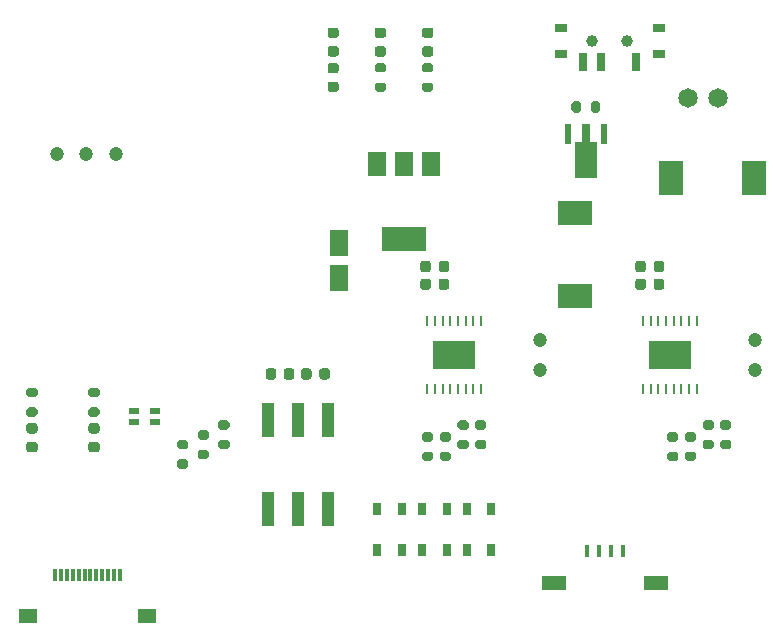
<source format=gts>
G04 #@! TF.GenerationSoftware,KiCad,Pcbnew,(5.1.10)-1*
G04 #@! TF.CreationDate,2022-02-06T13:41:47+09:00*
G04 #@! TF.ProjectId,Power,506f7765-722e-46b6-9963-61645f706362,rev?*
G04 #@! TF.SameCoordinates,Original*
G04 #@! TF.FileFunction,Soldermask,Top*
G04 #@! TF.FilePolarity,Negative*
%FSLAX46Y46*%
G04 Gerber Fmt 4.6, Leading zero omitted, Abs format (unit mm)*
G04 Created by KiCad (PCBNEW (5.1.10)-1) date 2022-02-06 13:41:47*
%MOMM*%
%LPD*%
G01*
G04 APERTURE LIST*
%ADD10R,1.000000X0.800000*%
%ADD11C,1.000000*%
%ADD12R,0.700000X1.500000*%
%ADD13R,1.500000X2.000000*%
%ADD14R,3.800000X2.000000*%
%ADD15C,1.200000*%
%ADD16R,1.933000X3.030000*%
%ADD17R,0.580000X1.730000*%
%ADD18R,0.760000X1.500000*%
%ADD19R,2.000000X3.000000*%
%ADD20R,3.000000X2.000000*%
%ADD21R,1.600000X2.200000*%
%ADD22R,0.850000X0.500000*%
%ADD23C,1.650000*%
%ADD24R,0.400000X1.000000*%
%ADD25R,2.000000X1.300000*%
%ADD26R,1.000000X3.000000*%
%ADD27R,0.650000X1.050000*%
%ADD28R,3.550000X2.460000*%
%ADD29R,0.290000X0.970000*%
%ADD30R,1.650000X1.300000*%
%ADD31R,0.300000X1.000000*%
G04 APERTURE END LIST*
D10*
X22550000Y23500000D03*
X22550000Y25700000D03*
X14250000Y25700000D03*
X14250000Y23500000D03*
D11*
X19900000Y24600000D03*
X16900000Y24600000D03*
D12*
X20650000Y22850000D03*
X17650000Y22850000D03*
X16150000Y22850000D03*
D13*
X3300000Y14150000D03*
X-1300000Y14150000D03*
X1000000Y14150000D03*
D14*
X1000000Y7850000D03*
D15*
X30750000Y-3250000D03*
X30750000Y-750000D03*
D16*
X16400000Y14542500D03*
D17*
X17900000Y16692500D03*
D18*
X16400000Y16807500D03*
D17*
X14900000Y16692500D03*
D19*
X30600000Y13000000D03*
X23600000Y13000000D03*
D20*
X15500000Y3000000D03*
X15500000Y10000000D03*
D21*
X-4500000Y4500000D03*
X-4500000Y7500000D03*
G36*
G01*
X-6825000Y-3350000D02*
X-6825000Y-3850000D01*
G75*
G02*
X-7050000Y-4075000I-225000J0D01*
G01*
X-7500000Y-4075000D01*
G75*
G02*
X-7725000Y-3850000I0J225000D01*
G01*
X-7725000Y-3350000D01*
G75*
G02*
X-7500000Y-3125000I225000J0D01*
G01*
X-7050000Y-3125000D01*
G75*
G02*
X-6825000Y-3350000I0J-225000D01*
G01*
G37*
G36*
G01*
X-5275000Y-3350000D02*
X-5275000Y-3850000D01*
G75*
G02*
X-5500000Y-4075000I-225000J0D01*
G01*
X-5950000Y-4075000D01*
G75*
G02*
X-6175000Y-3850000I0J225000D01*
G01*
X-6175000Y-3350000D01*
G75*
G02*
X-5950000Y-3125000I225000J0D01*
G01*
X-5500000Y-3125000D01*
G75*
G02*
X-5275000Y-3350000I0J-225000D01*
G01*
G37*
G36*
G01*
X-9175000Y-3850000D02*
X-9175000Y-3350000D01*
G75*
G02*
X-8950000Y-3125000I225000J0D01*
G01*
X-8500000Y-3125000D01*
G75*
G02*
X-8275000Y-3350000I0J-225000D01*
G01*
X-8275000Y-3850000D01*
G75*
G02*
X-8500000Y-4075000I-225000J0D01*
G01*
X-8950000Y-4075000D01*
G75*
G02*
X-9175000Y-3850000I0J225000D01*
G01*
G37*
G36*
G01*
X-10725000Y-3850000D02*
X-10725000Y-3350000D01*
G75*
G02*
X-10500000Y-3125000I225000J0D01*
G01*
X-10050000Y-3125000D01*
G75*
G02*
X-9825000Y-3350000I0J-225000D01*
G01*
X-9825000Y-3850000D01*
G75*
G02*
X-10050000Y-4075000I-225000J0D01*
G01*
X-10500000Y-4075000D01*
G75*
G02*
X-10725000Y-3850000I0J225000D01*
G01*
G37*
G36*
G01*
X21475000Y5750000D02*
X21475000Y5250000D01*
G75*
G02*
X21250000Y5025000I-225000J0D01*
G01*
X20800000Y5025000D01*
G75*
G02*
X20575000Y5250000I0J225000D01*
G01*
X20575000Y5750000D01*
G75*
G02*
X20800000Y5975000I225000J0D01*
G01*
X21250000Y5975000D01*
G75*
G02*
X21475000Y5750000I0J-225000D01*
G01*
G37*
G36*
G01*
X23025000Y5750000D02*
X23025000Y5250000D01*
G75*
G02*
X22800000Y5025000I-225000J0D01*
G01*
X22350000Y5025000D01*
G75*
G02*
X22125000Y5250000I0J225000D01*
G01*
X22125000Y5750000D01*
G75*
G02*
X22350000Y5975000I225000J0D01*
G01*
X22800000Y5975000D01*
G75*
G02*
X23025000Y5750000I0J-225000D01*
G01*
G37*
G36*
G01*
X3275000Y5750000D02*
X3275000Y5250000D01*
G75*
G02*
X3050000Y5025000I-225000J0D01*
G01*
X2600000Y5025000D01*
G75*
G02*
X2375000Y5250000I0J225000D01*
G01*
X2375000Y5750000D01*
G75*
G02*
X2600000Y5975000I225000J0D01*
G01*
X3050000Y5975000D01*
G75*
G02*
X3275000Y5750000I0J-225000D01*
G01*
G37*
G36*
G01*
X4825000Y5750000D02*
X4825000Y5250000D01*
G75*
G02*
X4600000Y5025000I-225000J0D01*
G01*
X4150000Y5025000D01*
G75*
G02*
X3925000Y5250000I0J225000D01*
G01*
X3925000Y5750000D01*
G75*
G02*
X4150000Y5975000I225000J0D01*
G01*
X4600000Y5975000D01*
G75*
G02*
X4825000Y5750000I0J-225000D01*
G01*
G37*
G36*
G01*
X21475000Y4250000D02*
X21475000Y3750000D01*
G75*
G02*
X21250000Y3525000I-225000J0D01*
G01*
X20800000Y3525000D01*
G75*
G02*
X20575000Y3750000I0J225000D01*
G01*
X20575000Y4250000D01*
G75*
G02*
X20800000Y4475000I225000J0D01*
G01*
X21250000Y4475000D01*
G75*
G02*
X21475000Y4250000I0J-225000D01*
G01*
G37*
G36*
G01*
X23025000Y4250000D02*
X23025000Y3750000D01*
G75*
G02*
X22800000Y3525000I-225000J0D01*
G01*
X22350000Y3525000D01*
G75*
G02*
X22125000Y3750000I0J225000D01*
G01*
X22125000Y4250000D01*
G75*
G02*
X22350000Y4475000I225000J0D01*
G01*
X22800000Y4475000D01*
G75*
G02*
X23025000Y4250000I0J-225000D01*
G01*
G37*
G36*
G01*
X3275000Y4250000D02*
X3275000Y3750000D01*
G75*
G02*
X3050000Y3525000I-225000J0D01*
G01*
X2600000Y3525000D01*
G75*
G02*
X2375000Y3750000I0J225000D01*
G01*
X2375000Y4250000D01*
G75*
G02*
X2600000Y4475000I225000J0D01*
G01*
X3050000Y4475000D01*
G75*
G02*
X3275000Y4250000I0J-225000D01*
G01*
G37*
G36*
G01*
X4825000Y4250000D02*
X4825000Y3750000D01*
G75*
G02*
X4600000Y3525000I-225000J0D01*
G01*
X4150000Y3525000D01*
G75*
G02*
X3925000Y3750000I0J225000D01*
G01*
X3925000Y4250000D01*
G75*
G02*
X4150000Y4475000I225000J0D01*
G01*
X4600000Y4475000D01*
G75*
G02*
X4825000Y4250000I0J-225000D01*
G01*
G37*
G36*
G01*
X-5256250Y24150000D02*
X-4743750Y24150000D01*
G75*
G02*
X-4525000Y23931250I0J-218750D01*
G01*
X-4525000Y23493750D01*
G75*
G02*
X-4743750Y23275000I-218750J0D01*
G01*
X-5256250Y23275000D01*
G75*
G02*
X-5475000Y23493750I0J218750D01*
G01*
X-5475000Y23931250D01*
G75*
G02*
X-5256250Y24150000I218750J0D01*
G01*
G37*
G36*
G01*
X-5256250Y25725000D02*
X-4743750Y25725000D01*
G75*
G02*
X-4525000Y25506250I0J-218750D01*
G01*
X-4525000Y25068750D01*
G75*
G02*
X-4743750Y24850000I-218750J0D01*
G01*
X-5256250Y24850000D01*
G75*
G02*
X-5475000Y25068750I0J218750D01*
G01*
X-5475000Y25506250D01*
G75*
G02*
X-5256250Y25725000I218750J0D01*
G01*
G37*
G36*
G01*
X-1256250Y24150000D02*
X-743750Y24150000D01*
G75*
G02*
X-525000Y23931250I0J-218750D01*
G01*
X-525000Y23493750D01*
G75*
G02*
X-743750Y23275000I-218750J0D01*
G01*
X-1256250Y23275000D01*
G75*
G02*
X-1475000Y23493750I0J218750D01*
G01*
X-1475000Y23931250D01*
G75*
G02*
X-1256250Y24150000I218750J0D01*
G01*
G37*
G36*
G01*
X-1256250Y25725000D02*
X-743750Y25725000D01*
G75*
G02*
X-525000Y25506250I0J-218750D01*
G01*
X-525000Y25068750D01*
G75*
G02*
X-743750Y24850000I-218750J0D01*
G01*
X-1256250Y24850000D01*
G75*
G02*
X-1475000Y25068750I0J218750D01*
G01*
X-1475000Y25506250D01*
G75*
G02*
X-1256250Y25725000I218750J0D01*
G01*
G37*
G36*
G01*
X2743750Y24150000D02*
X3256250Y24150000D01*
G75*
G02*
X3475000Y23931250I0J-218750D01*
G01*
X3475000Y23493750D01*
G75*
G02*
X3256250Y23275000I-218750J0D01*
G01*
X2743750Y23275000D01*
G75*
G02*
X2525000Y23493750I0J218750D01*
G01*
X2525000Y23931250D01*
G75*
G02*
X2743750Y24150000I218750J0D01*
G01*
G37*
G36*
G01*
X2743750Y25725000D02*
X3256250Y25725000D01*
G75*
G02*
X3475000Y25506250I0J-218750D01*
G01*
X3475000Y25068750D01*
G75*
G02*
X3256250Y24850000I-218750J0D01*
G01*
X2743750Y24850000D01*
G75*
G02*
X2525000Y25068750I0J218750D01*
G01*
X2525000Y25506250D01*
G75*
G02*
X2743750Y25725000I218750J0D01*
G01*
G37*
D22*
X-21875000Y-7700000D03*
X-20125000Y-7700000D03*
X-20125000Y-6700000D03*
X-21875000Y-6700000D03*
G36*
G01*
X-24993750Y-8650000D02*
X-25506250Y-8650000D01*
G75*
G02*
X-25725000Y-8431250I0J218750D01*
G01*
X-25725000Y-7993750D01*
G75*
G02*
X-25506250Y-7775000I218750J0D01*
G01*
X-24993750Y-7775000D01*
G75*
G02*
X-24775000Y-7993750I0J-218750D01*
G01*
X-24775000Y-8431250D01*
G75*
G02*
X-24993750Y-8650000I-218750J0D01*
G01*
G37*
G36*
G01*
X-24993750Y-10225000D02*
X-25506250Y-10225000D01*
G75*
G02*
X-25725000Y-10006250I0J218750D01*
G01*
X-25725000Y-9568750D01*
G75*
G02*
X-25506250Y-9350000I218750J0D01*
G01*
X-24993750Y-9350000D01*
G75*
G02*
X-24775000Y-9568750I0J-218750D01*
G01*
X-24775000Y-10006250D01*
G75*
G02*
X-24993750Y-10225000I-218750J0D01*
G01*
G37*
G36*
G01*
X-30243750Y-8650000D02*
X-30756250Y-8650000D01*
G75*
G02*
X-30975000Y-8431250I0J218750D01*
G01*
X-30975000Y-7993750D01*
G75*
G02*
X-30756250Y-7775000I218750J0D01*
G01*
X-30243750Y-7775000D01*
G75*
G02*
X-30025000Y-7993750I0J-218750D01*
G01*
X-30025000Y-8431250D01*
G75*
G02*
X-30243750Y-8650000I-218750J0D01*
G01*
G37*
G36*
G01*
X-30243750Y-10225000D02*
X-30756250Y-10225000D01*
G75*
G02*
X-30975000Y-10006250I0J218750D01*
G01*
X-30975000Y-9568750D01*
G75*
G02*
X-30756250Y-9350000I218750J0D01*
G01*
X-30243750Y-9350000D01*
G75*
G02*
X-30025000Y-9568750I0J-218750D01*
G01*
X-30025000Y-10006250D01*
G75*
G02*
X-30243750Y-10225000I-218750J0D01*
G01*
G37*
D23*
X27550000Y19800000D03*
X25050000Y19800000D03*
D15*
X-23400000Y15000000D03*
X-25900000Y15000000D03*
X-28400000Y15000000D03*
D24*
X19500000Y-18590000D03*
X18500000Y-18590000D03*
X17500000Y-18590000D03*
X16500000Y-18590000D03*
D25*
X22300000Y-21290000D03*
X13700000Y-21290000D03*
D15*
X12500000Y-3250000D03*
X12500000Y-750000D03*
G36*
G01*
X15975000Y19275000D02*
X15975000Y18725000D01*
G75*
G02*
X15775000Y18525000I-200000J0D01*
G01*
X15375000Y18525000D01*
G75*
G02*
X15175000Y18725000I0J200000D01*
G01*
X15175000Y19275000D01*
G75*
G02*
X15375000Y19475000I200000J0D01*
G01*
X15775000Y19475000D01*
G75*
G02*
X15975000Y19275000I0J-200000D01*
G01*
G37*
G36*
G01*
X17625000Y19275000D02*
X17625000Y18725000D01*
G75*
G02*
X17425000Y18525000I-200000J0D01*
G01*
X17025000Y18525000D01*
G75*
G02*
X16825000Y18725000I0J200000D01*
G01*
X16825000Y19275000D01*
G75*
G02*
X17025000Y19475000I200000J0D01*
G01*
X17425000Y19475000D01*
G75*
G02*
X17625000Y19275000I0J-200000D01*
G01*
G37*
G36*
G01*
X-4743750Y21850000D02*
X-5256250Y21850000D01*
G75*
G02*
X-5475000Y22068750I0J218750D01*
G01*
X-5475000Y22506250D01*
G75*
G02*
X-5256250Y22725000I218750J0D01*
G01*
X-4743750Y22725000D01*
G75*
G02*
X-4525000Y22506250I0J-218750D01*
G01*
X-4525000Y22068750D01*
G75*
G02*
X-4743750Y21850000I-218750J0D01*
G01*
G37*
G36*
G01*
X-4743750Y20275000D02*
X-5256250Y20275000D01*
G75*
G02*
X-5475000Y20493750I0J218750D01*
G01*
X-5475000Y20931250D01*
G75*
G02*
X-5256250Y21150000I218750J0D01*
G01*
X-4743750Y21150000D01*
G75*
G02*
X-4525000Y20931250I0J-218750D01*
G01*
X-4525000Y20493750D01*
G75*
G02*
X-4743750Y20275000I-218750J0D01*
G01*
G37*
G36*
G01*
X-725000Y21925000D02*
X-1275000Y21925000D01*
G75*
G02*
X-1475000Y22125000I0J200000D01*
G01*
X-1475000Y22525000D01*
G75*
G02*
X-1275000Y22725000I200000J0D01*
G01*
X-725000Y22725000D01*
G75*
G02*
X-525000Y22525000I0J-200000D01*
G01*
X-525000Y22125000D01*
G75*
G02*
X-725000Y21925000I-200000J0D01*
G01*
G37*
G36*
G01*
X-725000Y20275000D02*
X-1275000Y20275000D01*
G75*
G02*
X-1475000Y20475000I0J200000D01*
G01*
X-1475000Y20875000D01*
G75*
G02*
X-1275000Y21075000I200000J0D01*
G01*
X-725000Y21075000D01*
G75*
G02*
X-525000Y20875000I0J-200000D01*
G01*
X-525000Y20475000D01*
G75*
G02*
X-725000Y20275000I-200000J0D01*
G01*
G37*
G36*
G01*
X3275000Y21925000D02*
X2725000Y21925000D01*
G75*
G02*
X2525000Y22125000I0J200000D01*
G01*
X2525000Y22525000D01*
G75*
G02*
X2725000Y22725000I200000J0D01*
G01*
X3275000Y22725000D01*
G75*
G02*
X3475000Y22525000I0J-200000D01*
G01*
X3475000Y22125000D01*
G75*
G02*
X3275000Y21925000I-200000J0D01*
G01*
G37*
G36*
G01*
X3275000Y20275000D02*
X2725000Y20275000D01*
G75*
G02*
X2525000Y20475000I0J200000D01*
G01*
X2525000Y20875000D01*
G75*
G02*
X2725000Y21075000I200000J0D01*
G01*
X3275000Y21075000D01*
G75*
G02*
X3475000Y20875000I0J-200000D01*
G01*
X3475000Y20475000D01*
G75*
G02*
X3275000Y20275000I-200000J0D01*
G01*
G37*
G36*
G01*
X24025000Y-9325000D02*
X23475000Y-9325000D01*
G75*
G02*
X23275000Y-9125000I0J200000D01*
G01*
X23275000Y-8725000D01*
G75*
G02*
X23475000Y-8525000I200000J0D01*
G01*
X24025000Y-8525000D01*
G75*
G02*
X24225000Y-8725000I0J-200000D01*
G01*
X24225000Y-9125000D01*
G75*
G02*
X24025000Y-9325000I-200000J0D01*
G01*
G37*
G36*
G01*
X24025000Y-10975000D02*
X23475000Y-10975000D01*
G75*
G02*
X23275000Y-10775000I0J200000D01*
G01*
X23275000Y-10375000D01*
G75*
G02*
X23475000Y-10175000I200000J0D01*
G01*
X24025000Y-10175000D01*
G75*
G02*
X24225000Y-10375000I0J-200000D01*
G01*
X24225000Y-10775000D01*
G75*
G02*
X24025000Y-10975000I-200000J0D01*
G01*
G37*
G36*
G01*
X3275000Y-9325000D02*
X2725000Y-9325000D01*
G75*
G02*
X2525000Y-9125000I0J200000D01*
G01*
X2525000Y-8725000D01*
G75*
G02*
X2725000Y-8525000I200000J0D01*
G01*
X3275000Y-8525000D01*
G75*
G02*
X3475000Y-8725000I0J-200000D01*
G01*
X3475000Y-9125000D01*
G75*
G02*
X3275000Y-9325000I-200000J0D01*
G01*
G37*
G36*
G01*
X3275000Y-10975000D02*
X2725000Y-10975000D01*
G75*
G02*
X2525000Y-10775000I0J200000D01*
G01*
X2525000Y-10375000D01*
G75*
G02*
X2725000Y-10175000I200000J0D01*
G01*
X3275000Y-10175000D01*
G75*
G02*
X3475000Y-10375000I0J-200000D01*
G01*
X3475000Y-10775000D01*
G75*
G02*
X3275000Y-10975000I-200000J0D01*
G01*
G37*
G36*
G01*
X4775000Y-9325000D02*
X4225000Y-9325000D01*
G75*
G02*
X4025000Y-9125000I0J200000D01*
G01*
X4025000Y-8725000D01*
G75*
G02*
X4225000Y-8525000I200000J0D01*
G01*
X4775000Y-8525000D01*
G75*
G02*
X4975000Y-8725000I0J-200000D01*
G01*
X4975000Y-9125000D01*
G75*
G02*
X4775000Y-9325000I-200000J0D01*
G01*
G37*
G36*
G01*
X4775000Y-10975000D02*
X4225000Y-10975000D01*
G75*
G02*
X4025000Y-10775000I0J200000D01*
G01*
X4025000Y-10375000D01*
G75*
G02*
X4225000Y-10175000I200000J0D01*
G01*
X4775000Y-10175000D01*
G75*
G02*
X4975000Y-10375000I0J-200000D01*
G01*
X4975000Y-10775000D01*
G75*
G02*
X4775000Y-10975000I-200000J0D01*
G01*
G37*
G36*
G01*
X-25525000Y-6425000D02*
X-24975000Y-6425000D01*
G75*
G02*
X-24775000Y-6625000I0J-200000D01*
G01*
X-24775000Y-7025000D01*
G75*
G02*
X-24975000Y-7225000I-200000J0D01*
G01*
X-25525000Y-7225000D01*
G75*
G02*
X-25725000Y-7025000I0J200000D01*
G01*
X-25725000Y-6625000D01*
G75*
G02*
X-25525000Y-6425000I200000J0D01*
G01*
G37*
G36*
G01*
X-25525000Y-4775000D02*
X-24975000Y-4775000D01*
G75*
G02*
X-24775000Y-4975000I0J-200000D01*
G01*
X-24775000Y-5375000D01*
G75*
G02*
X-24975000Y-5575000I-200000J0D01*
G01*
X-25525000Y-5575000D01*
G75*
G02*
X-25725000Y-5375000I0J200000D01*
G01*
X-25725000Y-4975000D01*
G75*
G02*
X-25525000Y-4775000I200000J0D01*
G01*
G37*
G36*
G01*
X-30775000Y-6425000D02*
X-30225000Y-6425000D01*
G75*
G02*
X-30025000Y-6625000I0J-200000D01*
G01*
X-30025000Y-7025000D01*
G75*
G02*
X-30225000Y-7225000I-200000J0D01*
G01*
X-30775000Y-7225000D01*
G75*
G02*
X-30975000Y-7025000I0J200000D01*
G01*
X-30975000Y-6625000D01*
G75*
G02*
X-30775000Y-6425000I200000J0D01*
G01*
G37*
G36*
G01*
X-30775000Y-4775000D02*
X-30225000Y-4775000D01*
G75*
G02*
X-30025000Y-4975000I0J-200000D01*
G01*
X-30025000Y-5375000D01*
G75*
G02*
X-30225000Y-5575000I-200000J0D01*
G01*
X-30775000Y-5575000D01*
G75*
G02*
X-30975000Y-5375000I0J200000D01*
G01*
X-30975000Y-4975000D01*
G75*
G02*
X-30775000Y-4775000I200000J0D01*
G01*
G37*
G36*
G01*
X25525000Y-9325000D02*
X24975000Y-9325000D01*
G75*
G02*
X24775000Y-9125000I0J200000D01*
G01*
X24775000Y-8725000D01*
G75*
G02*
X24975000Y-8525000I200000J0D01*
G01*
X25525000Y-8525000D01*
G75*
G02*
X25725000Y-8725000I0J-200000D01*
G01*
X25725000Y-9125000D01*
G75*
G02*
X25525000Y-9325000I-200000J0D01*
G01*
G37*
G36*
G01*
X25525000Y-10975000D02*
X24975000Y-10975000D01*
G75*
G02*
X24775000Y-10775000I0J200000D01*
G01*
X24775000Y-10375000D01*
G75*
G02*
X24975000Y-10175000I200000J0D01*
G01*
X25525000Y-10175000D01*
G75*
G02*
X25725000Y-10375000I0J-200000D01*
G01*
X25725000Y-10775000D01*
G75*
G02*
X25525000Y-10975000I-200000J0D01*
G01*
G37*
G36*
G01*
X5725000Y-9175000D02*
X6275000Y-9175000D01*
G75*
G02*
X6475000Y-9375000I0J-200000D01*
G01*
X6475000Y-9775000D01*
G75*
G02*
X6275000Y-9975000I-200000J0D01*
G01*
X5725000Y-9975000D01*
G75*
G02*
X5525000Y-9775000I0J200000D01*
G01*
X5525000Y-9375000D01*
G75*
G02*
X5725000Y-9175000I200000J0D01*
G01*
G37*
G36*
G01*
X5725000Y-7525000D02*
X6275000Y-7525000D01*
G75*
G02*
X6475000Y-7725000I0J-200000D01*
G01*
X6475000Y-8125000D01*
G75*
G02*
X6275000Y-8325000I-200000J0D01*
G01*
X5725000Y-8325000D01*
G75*
G02*
X5525000Y-8125000I0J200000D01*
G01*
X5525000Y-7725000D01*
G75*
G02*
X5725000Y-7525000I200000J0D01*
G01*
G37*
G36*
G01*
X27975000Y-9175000D02*
X28525000Y-9175000D01*
G75*
G02*
X28725000Y-9375000I0J-200000D01*
G01*
X28725000Y-9775000D01*
G75*
G02*
X28525000Y-9975000I-200000J0D01*
G01*
X27975000Y-9975000D01*
G75*
G02*
X27775000Y-9775000I0J200000D01*
G01*
X27775000Y-9375000D01*
G75*
G02*
X27975000Y-9175000I200000J0D01*
G01*
G37*
G36*
G01*
X27975000Y-7525000D02*
X28525000Y-7525000D01*
G75*
G02*
X28725000Y-7725000I0J-200000D01*
G01*
X28725000Y-8125000D01*
G75*
G02*
X28525000Y-8325000I-200000J0D01*
G01*
X27975000Y-8325000D01*
G75*
G02*
X27775000Y-8125000I0J200000D01*
G01*
X27775000Y-7725000D01*
G75*
G02*
X27975000Y-7525000I200000J0D01*
G01*
G37*
G36*
G01*
X7225000Y-9175000D02*
X7775000Y-9175000D01*
G75*
G02*
X7975000Y-9375000I0J-200000D01*
G01*
X7975000Y-9775000D01*
G75*
G02*
X7775000Y-9975000I-200000J0D01*
G01*
X7225000Y-9975000D01*
G75*
G02*
X7025000Y-9775000I0J200000D01*
G01*
X7025000Y-9375000D01*
G75*
G02*
X7225000Y-9175000I200000J0D01*
G01*
G37*
G36*
G01*
X7225000Y-7525000D02*
X7775000Y-7525000D01*
G75*
G02*
X7975000Y-7725000I0J-200000D01*
G01*
X7975000Y-8125000D01*
G75*
G02*
X7775000Y-8325000I-200000J0D01*
G01*
X7225000Y-8325000D01*
G75*
G02*
X7025000Y-8125000I0J200000D01*
G01*
X7025000Y-7725000D01*
G75*
G02*
X7225000Y-7525000I200000J0D01*
G01*
G37*
G36*
G01*
X-14525000Y-9175000D02*
X-13975000Y-9175000D01*
G75*
G02*
X-13775000Y-9375000I0J-200000D01*
G01*
X-13775000Y-9775000D01*
G75*
G02*
X-13975000Y-9975000I-200000J0D01*
G01*
X-14525000Y-9975000D01*
G75*
G02*
X-14725000Y-9775000I0J200000D01*
G01*
X-14725000Y-9375000D01*
G75*
G02*
X-14525000Y-9175000I200000J0D01*
G01*
G37*
G36*
G01*
X-14525000Y-7525000D02*
X-13975000Y-7525000D01*
G75*
G02*
X-13775000Y-7725000I0J-200000D01*
G01*
X-13775000Y-8125000D01*
G75*
G02*
X-13975000Y-8325000I-200000J0D01*
G01*
X-14525000Y-8325000D01*
G75*
G02*
X-14725000Y-8125000I0J200000D01*
G01*
X-14725000Y-7725000D01*
G75*
G02*
X-14525000Y-7525000I200000J0D01*
G01*
G37*
G36*
G01*
X-16275000Y-10025000D02*
X-15725000Y-10025000D01*
G75*
G02*
X-15525000Y-10225000I0J-200000D01*
G01*
X-15525000Y-10625000D01*
G75*
G02*
X-15725000Y-10825000I-200000J0D01*
G01*
X-16275000Y-10825000D01*
G75*
G02*
X-16475000Y-10625000I0J200000D01*
G01*
X-16475000Y-10225000D01*
G75*
G02*
X-16275000Y-10025000I200000J0D01*
G01*
G37*
G36*
G01*
X-16275000Y-8375000D02*
X-15725000Y-8375000D01*
G75*
G02*
X-15525000Y-8575000I0J-200000D01*
G01*
X-15525000Y-8975000D01*
G75*
G02*
X-15725000Y-9175000I-200000J0D01*
G01*
X-16275000Y-9175000D01*
G75*
G02*
X-16475000Y-8975000I0J200000D01*
G01*
X-16475000Y-8575000D01*
G75*
G02*
X-16275000Y-8375000I200000J0D01*
G01*
G37*
G36*
G01*
X-18025000Y-10825000D02*
X-17475000Y-10825000D01*
G75*
G02*
X-17275000Y-11025000I0J-200000D01*
G01*
X-17275000Y-11425000D01*
G75*
G02*
X-17475000Y-11625000I-200000J0D01*
G01*
X-18025000Y-11625000D01*
G75*
G02*
X-18225000Y-11425000I0J200000D01*
G01*
X-18225000Y-11025000D01*
G75*
G02*
X-18025000Y-10825000I200000J0D01*
G01*
G37*
G36*
G01*
X-18025000Y-9175000D02*
X-17475000Y-9175000D01*
G75*
G02*
X-17275000Y-9375000I0J-200000D01*
G01*
X-17275000Y-9775000D01*
G75*
G02*
X-17475000Y-9975000I-200000J0D01*
G01*
X-18025000Y-9975000D01*
G75*
G02*
X-18225000Y-9775000I0J200000D01*
G01*
X-18225000Y-9375000D01*
G75*
G02*
X-18025000Y-9175000I200000J0D01*
G01*
G37*
G36*
G01*
X26475000Y-9175000D02*
X27025000Y-9175000D01*
G75*
G02*
X27225000Y-9375000I0J-200000D01*
G01*
X27225000Y-9775000D01*
G75*
G02*
X27025000Y-9975000I-200000J0D01*
G01*
X26475000Y-9975000D01*
G75*
G02*
X26275000Y-9775000I0J200000D01*
G01*
X26275000Y-9375000D01*
G75*
G02*
X26475000Y-9175000I200000J0D01*
G01*
G37*
G36*
G01*
X26475000Y-7525000D02*
X27025000Y-7525000D01*
G75*
G02*
X27225000Y-7725000I0J-200000D01*
G01*
X27225000Y-8125000D01*
G75*
G02*
X27025000Y-8325000I-200000J0D01*
G01*
X26475000Y-8325000D01*
G75*
G02*
X26275000Y-8125000I0J200000D01*
G01*
X26275000Y-7725000D01*
G75*
G02*
X26475000Y-7525000I200000J0D01*
G01*
G37*
D26*
X-8000000Y-7500000D03*
X-5460000Y-15000000D03*
X-10540000Y-7500000D03*
X-8000000Y-15000000D03*
X-10540000Y-15000000D03*
X-5460000Y-7500000D03*
D27*
X6300000Y-18532500D03*
X6300000Y-15067500D03*
X8400000Y-18532500D03*
X8400000Y-15067500D03*
X2500000Y-18532500D03*
X2500000Y-15067500D03*
X4600000Y-18532500D03*
X4600000Y-15067500D03*
X-1300000Y-18482500D03*
X-1300000Y-15017500D03*
X800000Y-18482500D03*
X800000Y-15017500D03*
D28*
X23500000Y-2000000D03*
D29*
X21225000Y860000D03*
X21875000Y860000D03*
X22525000Y860000D03*
X23175000Y860000D03*
X23825000Y860000D03*
X24475000Y860000D03*
X25125000Y860000D03*
X25775000Y860000D03*
X25775000Y-4860000D03*
X25125000Y-4860000D03*
X24475000Y-4860000D03*
X23825000Y-4860000D03*
X23175000Y-4860000D03*
X22525000Y-4860000D03*
X21875000Y-4860000D03*
X21225000Y-4860000D03*
D28*
X5250000Y-2000000D03*
D29*
X2975000Y860000D03*
X3625000Y860000D03*
X4275000Y860000D03*
X4925000Y860000D03*
X5575000Y860000D03*
X6225000Y860000D03*
X6875000Y860000D03*
X7525000Y860000D03*
X7525000Y-4860000D03*
X6875000Y-4860000D03*
X6225000Y-4860000D03*
X5575000Y-4860000D03*
X4925000Y-4860000D03*
X4275000Y-4860000D03*
X3625000Y-4860000D03*
X2975000Y-4860000D03*
D30*
X-20800000Y-24100000D03*
X-30800000Y-24100000D03*
D31*
X-23050000Y-20650000D03*
X-23550000Y-20650000D03*
X-24050000Y-20650000D03*
X-24550000Y-20650000D03*
X-25050000Y-20650000D03*
X-25550000Y-20650000D03*
X-26050000Y-20650000D03*
X-26550000Y-20650000D03*
X-27050000Y-20650000D03*
X-27550000Y-20650000D03*
X-28050000Y-20650000D03*
X-28550000Y-20650000D03*
M02*

</source>
